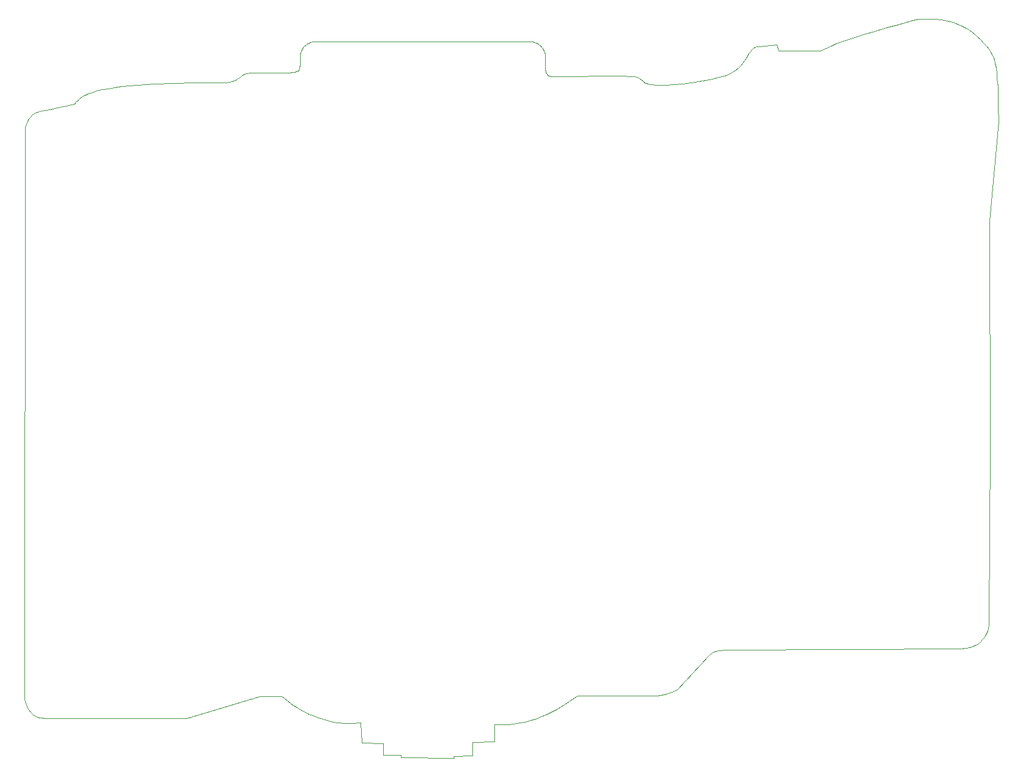
<source format=gbr>
%TF.GenerationSoftware,KiCad,Pcbnew,(6.0.11)*%
%TF.CreationDate,2023-04-07T14:31:03-05:00*%
%TF.ProjectId,GamePip-Back,47616d65-5069-4702-9d42-61636b2e6b69,rev?*%
%TF.SameCoordinates,Original*%
%TF.FileFunction,Profile,NP*%
%FSLAX46Y46*%
G04 Gerber Fmt 4.6, Leading zero omitted, Abs format (unit mm)*
G04 Created by KiCad (PCBNEW (6.0.11)) date 2023-04-07 14:31:03*
%MOMM*%
%LPD*%
G01*
G04 APERTURE LIST*
%TA.AperFunction,Profile*%
%ADD10C,0.100000*%
%TD*%
G04 APERTURE END LIST*
D10*
X201054000Y-52292900D02*
X200646000Y-52306900D01*
X200646000Y-52306900D02*
X200272000Y-52338400D01*
X200272000Y-52338400D02*
X199924000Y-52389000D01*
X199924000Y-52389000D02*
X199593000Y-52459300D01*
X199593000Y-52459300D02*
X199271000Y-52550200D01*
X199271000Y-52550200D02*
X197517000Y-53058200D01*
X197517000Y-53058200D02*
X195846000Y-53529500D01*
X195846000Y-53529500D02*
X194243000Y-53985300D01*
X194243000Y-53985300D02*
X192693000Y-54443700D01*
X192693000Y-54443700D02*
X191179000Y-54924800D01*
X191179000Y-54924800D02*
X189687000Y-55448800D01*
X189687000Y-55448800D02*
X188945000Y-55733000D01*
X188945000Y-55733000D02*
X188202000Y-56034800D01*
X188202000Y-56034800D02*
X187457000Y-56357800D01*
X187457000Y-56357800D02*
X186708000Y-56703500D01*
X186708000Y-56703500D02*
X180978000Y-56772700D01*
X180978000Y-56772700D02*
X180743000Y-55906600D01*
X180743000Y-55906600D02*
X178141000Y-56172800D01*
X178141000Y-56172800D02*
X177999000Y-56166600D01*
X177999000Y-56166600D02*
X177866000Y-56178500D01*
X177866000Y-56178500D02*
X177742000Y-56207400D01*
X177742000Y-56207400D02*
X177625000Y-56253400D01*
X177625000Y-56253400D02*
X177514000Y-56314400D01*
X177514000Y-56314400D02*
X177409000Y-56390300D01*
X177409000Y-56390300D02*
X177211000Y-56581000D01*
X177211000Y-56581000D02*
X177024000Y-56817200D01*
X177024000Y-56817200D02*
X176840000Y-57092100D01*
X176840000Y-57092100D02*
X176448000Y-57723100D01*
X176448000Y-57723100D02*
X176226000Y-58064100D01*
X176226000Y-58064100D02*
X175976000Y-58411400D01*
X175976000Y-58411400D02*
X175690000Y-58757100D01*
X175690000Y-58757100D02*
X175361000Y-59093000D01*
X175361000Y-59093000D02*
X174981000Y-59411900D01*
X174981000Y-59411900D02*
X174770000Y-59562200D01*
X174770000Y-59562200D02*
X174543000Y-59704900D01*
X174543000Y-59704900D02*
X174300000Y-59839700D01*
X174300000Y-59839700D02*
X174039000Y-59964800D01*
X174039000Y-59964800D02*
X173759000Y-60079500D01*
X173759000Y-60079500D02*
X173461000Y-60183400D01*
X173461000Y-60183400D02*
X172672000Y-60411300D01*
X172672000Y-60411300D02*
X171806000Y-60621100D01*
X171806000Y-60621100D02*
X170867000Y-60812800D01*
X170867000Y-60812800D02*
X169857000Y-60988000D01*
X169857000Y-60988000D02*
X168779000Y-61146600D01*
X168779000Y-61146600D02*
X167636000Y-61289800D01*
X167636000Y-61289800D02*
X166430000Y-61417400D01*
X166430000Y-61417400D02*
X165284000Y-61444600D01*
X165284000Y-61444600D02*
X163943000Y-61458700D01*
X163943000Y-61458700D02*
X163361000Y-61411400D01*
X163361000Y-61411400D02*
X163106000Y-61372200D01*
X163106000Y-61372200D02*
X162878000Y-61321800D01*
X162878000Y-61321800D02*
X162678000Y-61259500D01*
X162678000Y-61259500D02*
X162507000Y-61184600D01*
X162507000Y-61184600D02*
X162367000Y-61096500D01*
X162367000Y-61096500D02*
X162260000Y-60994500D01*
X162260000Y-60994500D02*
X161949000Y-60731800D01*
X161949000Y-60731800D02*
X161777000Y-60598900D01*
X161777000Y-60598900D02*
X161579000Y-60476000D01*
X161579000Y-60476000D02*
X161344000Y-60371500D01*
X161344000Y-60371500D02*
X161062000Y-60293500D01*
X161062000Y-60293500D02*
X160722000Y-60250400D01*
X160722000Y-60250400D02*
X160312000Y-60250500D01*
X160312000Y-60250500D02*
X159589000Y-60225700D01*
X159589000Y-60225700D02*
X158878000Y-60220900D01*
X158878000Y-60220900D02*
X158155000Y-60216500D01*
X158155000Y-60216500D02*
X157394000Y-60192500D01*
X157394000Y-60192500D02*
X156527000Y-60169600D01*
X156527000Y-60169600D02*
X155516000Y-60180000D01*
X155516000Y-60180000D02*
X153474000Y-60246000D01*
X153474000Y-60246000D02*
X149852000Y-60260800D01*
X149852000Y-60260800D02*
X149612000Y-60270400D01*
X149612000Y-60270400D02*
X149406000Y-60258400D01*
X149406000Y-60258400D02*
X149230000Y-60224200D01*
X149230000Y-60224200D02*
X149082000Y-60167600D01*
X149082000Y-60167600D02*
X148960000Y-60088000D01*
X148960000Y-60088000D02*
X148862000Y-59985200D01*
X148862000Y-59985200D02*
X148784000Y-59858500D01*
X148784000Y-59858500D02*
X148725000Y-59707800D01*
X148725000Y-59707800D02*
X148682000Y-59532500D01*
X148682000Y-59532500D02*
X148652000Y-59332300D01*
X148652000Y-59332300D02*
X148624000Y-58855300D01*
X148624000Y-58855300D02*
X148626000Y-57584100D01*
X148626000Y-57584100D02*
X148615000Y-57365100D01*
X148615000Y-57365100D02*
X148582000Y-57152600D01*
X148582000Y-57152600D02*
X148530000Y-56947600D01*
X148530000Y-56947600D02*
X148458000Y-56751200D01*
X148458000Y-56751200D02*
X148369000Y-56564400D01*
X148369000Y-56564400D02*
X148262000Y-56388300D01*
X148262000Y-56388300D02*
X148139000Y-56224000D01*
X148139000Y-56224000D02*
X148001000Y-56072500D01*
X148001000Y-56072500D02*
X147850000Y-55934800D01*
X147850000Y-55934800D02*
X147686000Y-55812100D01*
X147686000Y-55812100D02*
X147509000Y-55705300D01*
X147509000Y-55705300D02*
X147323000Y-55615600D01*
X147323000Y-55615600D02*
X147126000Y-55544000D01*
X147126000Y-55544000D02*
X146921000Y-55491500D01*
X146921000Y-55491500D02*
X146709000Y-55459300D01*
X146709000Y-55459300D02*
X146490000Y-55448300D01*
X146490000Y-55448300D02*
X116761400Y-55448300D01*
X116761400Y-55448300D02*
X116542400Y-55459300D01*
X116542400Y-55459300D02*
X116329900Y-55491500D01*
X116329900Y-55491500D02*
X116124900Y-55544000D01*
X116124900Y-55544000D02*
X115928500Y-55615600D01*
X115928500Y-55615600D02*
X115741700Y-55705300D01*
X115741700Y-55705300D02*
X115565600Y-55812100D01*
X115565600Y-55812100D02*
X115401300Y-55934800D01*
X115401300Y-55934800D02*
X115249800Y-56072500D01*
X115249800Y-56072500D02*
X115112100Y-56224000D01*
X115112100Y-56224000D02*
X114989400Y-56388300D01*
X114989400Y-56388300D02*
X114882600Y-56564400D01*
X114882600Y-56564400D02*
X114792900Y-56751200D01*
X114792900Y-56751200D02*
X114721300Y-56947600D01*
X114721300Y-56947600D02*
X114668800Y-57152600D01*
X114668800Y-57152600D02*
X114636600Y-57365100D01*
X114636600Y-57365100D02*
X114625600Y-57584100D01*
X114625600Y-57584100D02*
X114641700Y-58195900D01*
X114641700Y-58195900D02*
X114645900Y-58674000D01*
X114645900Y-58674000D02*
X114615200Y-59036800D01*
X114615200Y-59036800D02*
X114579600Y-59180800D01*
X114579600Y-59180800D02*
X114526600Y-59303000D01*
X114526600Y-59303000D02*
X114453400Y-59405600D01*
X114453400Y-59405600D02*
X114357000Y-59491100D01*
X114357000Y-59491100D02*
X114234600Y-59561700D01*
X114234600Y-59561700D02*
X114083300Y-59619700D01*
X114083300Y-59619700D02*
X113900300Y-59667500D01*
X113900300Y-59667500D02*
X113682600Y-59707400D01*
X113682600Y-59707400D02*
X113131700Y-59772800D01*
X113131700Y-59772800D02*
X109840200Y-59757100D01*
X109840200Y-59757100D02*
X109404100Y-59794000D01*
X109404100Y-59794000D02*
X108951900Y-59796800D01*
X108951900Y-59796800D02*
X108038200Y-59782400D01*
X108038200Y-59782400D02*
X107595900Y-59806100D01*
X107595900Y-59806100D02*
X107382600Y-59834700D01*
X107382600Y-59834700D02*
X107176100Y-59877900D01*
X107176100Y-59877900D02*
X106977700Y-59938200D01*
X106977700Y-59938200D02*
X106788500Y-60018200D01*
X106788500Y-60018200D02*
X106609900Y-60120400D01*
X106609900Y-60120400D02*
X106442800Y-60247500D01*
X106442800Y-60247500D02*
X106254800Y-60422900D01*
X106254800Y-60422900D02*
X106062700Y-60573300D01*
X106062700Y-60573300D02*
X105866600Y-60700500D01*
X105866600Y-60700500D02*
X105666600Y-60806500D01*
X105666600Y-60806500D02*
X105462700Y-60893100D01*
X105462700Y-60893100D02*
X105255200Y-60962300D01*
X105255200Y-60962300D02*
X104829200Y-61056100D01*
X104829200Y-61056100D02*
X104389200Y-61103200D01*
X104389200Y-61103200D02*
X103936100Y-61118900D01*
X103936100Y-61118900D02*
X102992700Y-61117200D01*
X102992700Y-61117200D02*
X99954100Y-61142500D01*
X99954100Y-61142500D02*
X97106200Y-61206600D01*
X97106200Y-61206600D02*
X94471300Y-61313100D01*
X94471300Y-61313100D02*
X93240300Y-61384400D01*
X93240300Y-61384400D02*
X92070900Y-61467600D01*
X92070900Y-61467600D02*
X90966100Y-61564700D01*
X90966100Y-61564700D02*
X89927900Y-61675300D01*
X89927900Y-61675300D02*
X88959500Y-61799800D01*
X88959500Y-61799800D02*
X88063900Y-61940400D01*
X88063900Y-61940400D02*
X87243300Y-62095900D01*
X87243300Y-62095900D02*
X86500700Y-62268000D01*
X86500700Y-62268000D02*
X85838700Y-62456600D01*
X85838700Y-62456600D02*
X85261000Y-62663400D01*
X85261000Y-62663400D02*
X84769000Y-62887600D01*
X84769000Y-62887600D02*
X84556100Y-63007000D01*
X84556100Y-63007000D02*
X84365900Y-63131000D01*
X84365900Y-63131000D02*
X84199000Y-63260200D01*
X84199000Y-63260200D02*
X84054800Y-63394100D01*
X84054800Y-63394100D02*
X83935000Y-63532600D01*
X83935000Y-63532600D02*
X83838800Y-63676700D01*
X83838800Y-63676700D02*
X83733900Y-63698900D01*
X83733900Y-63698900D02*
X83648200Y-63736700D01*
X83648200Y-63736700D02*
X83580500Y-63789400D01*
X83580500Y-63789400D02*
X83527700Y-63854500D01*
X83527700Y-63854500D02*
X83488500Y-63930500D01*
X83488500Y-63930500D02*
X83442000Y-64108700D01*
X83442000Y-64108700D02*
X80641100Y-64669900D01*
X80641100Y-64669900D02*
X80355800Y-64751600D01*
X80355800Y-64751600D02*
X80064900Y-64817700D01*
X80064900Y-64817700D02*
X79473700Y-64925200D01*
X79473700Y-64925200D02*
X78884600Y-65038400D01*
X78884600Y-65038400D02*
X78596300Y-65111300D01*
X78596300Y-65111300D02*
X78314600Y-65203200D01*
X78314600Y-65203200D02*
X78041800Y-65319500D01*
X78041800Y-65319500D02*
X77780300Y-65465800D01*
X77780300Y-65465800D02*
X77532200Y-65648200D01*
X77532200Y-65648200D02*
X77299700Y-65872500D01*
X77299700Y-65872500D02*
X77084200Y-66144300D01*
X77084200Y-66144300D02*
X76888900Y-66469300D01*
X76888900Y-66469300D02*
X76715200Y-66853300D01*
X76715200Y-66853300D02*
X76565400Y-67302300D01*
X76565400Y-67302300D02*
X76518300Y-146597500D01*
X76518300Y-146597500D02*
X76662500Y-147040500D01*
X76662500Y-147040500D02*
X76816000Y-147477500D01*
X76816000Y-147477500D02*
X77003100Y-147895500D01*
X77003100Y-147895500D02*
X77116200Y-148091500D01*
X77116200Y-148091500D02*
X77247000Y-148278500D01*
X77247000Y-148278500D02*
X77397900Y-148452500D01*
X77397900Y-148452500D02*
X77572500Y-148612500D01*
X77572500Y-148612500D02*
X77773000Y-148756500D01*
X77773000Y-148756500D02*
X78003000Y-148883500D01*
X78003000Y-148883500D02*
X78265000Y-148990500D01*
X78265000Y-148990500D02*
X78562700Y-149076500D01*
X78562700Y-149076500D02*
X78898600Y-149139500D01*
X78898600Y-149139500D02*
X79275300Y-149177500D01*
X79275300Y-149177500D02*
X98874100Y-149176500D01*
X98874100Y-149176500D02*
X109074500Y-146138500D01*
X109074500Y-146138500D02*
X112156500Y-146104500D01*
X112156500Y-146104500D02*
X112480000Y-146430500D01*
X112480000Y-146430500D02*
X112854100Y-146752500D01*
X112854100Y-146752500D02*
X113274200Y-147069500D01*
X113274200Y-147069500D02*
X113734700Y-147383500D01*
X113734700Y-147383500D02*
X114230800Y-147693500D01*
X114230800Y-147693500D02*
X114757400Y-148001500D01*
X114757400Y-148001500D02*
X115880300Y-148611500D01*
X115880300Y-148611500D02*
X116569100Y-148881500D01*
X116569100Y-148881500D02*
X117207300Y-149110500D01*
X117207300Y-149110500D02*
X117799000Y-149302500D01*
X117799000Y-149302500D02*
X118349000Y-149459500D01*
X118349000Y-149459500D02*
X118859000Y-149585500D01*
X118859000Y-149585500D02*
X119336000Y-149683500D01*
X119336000Y-149683500D02*
X119781000Y-149756500D01*
X119781000Y-149756500D02*
X120200000Y-149808500D01*
X120200000Y-149808500D02*
X120597000Y-149840500D01*
X120597000Y-149840500D02*
X120974000Y-149858500D01*
X120974000Y-149858500D02*
X121688000Y-149859500D01*
X121688000Y-149859500D02*
X123063000Y-149821500D01*
X123063000Y-149821500D02*
X123188000Y-152613500D01*
X123188000Y-152613500D02*
X126166000Y-152660500D01*
X126166000Y-152660500D02*
X126217000Y-154246500D01*
X126217000Y-154246500D02*
X128659000Y-154282500D01*
X128659000Y-154282500D02*
X128671000Y-154645500D01*
X128671000Y-154645500D02*
X135982000Y-154702500D01*
X135982000Y-154702500D02*
X135947000Y-154412500D01*
X135947000Y-154412500D02*
X138507000Y-154355500D01*
X138507000Y-154355500D02*
X138517000Y-152527500D01*
X138517000Y-152527500D02*
X141558000Y-152445500D01*
X141558000Y-152445500D02*
X141571000Y-150008500D01*
X141571000Y-150008500D02*
X142483000Y-150031500D01*
X142483000Y-150031500D02*
X143360000Y-150007500D01*
X143360000Y-150007500D02*
X144205000Y-149934500D01*
X144205000Y-149934500D02*
X145020000Y-149817500D01*
X145020000Y-149817500D02*
X145806000Y-149660500D01*
X145806000Y-149660500D02*
X146566000Y-149466500D01*
X146566000Y-149466500D02*
X147302000Y-149234500D01*
X147302000Y-149234500D02*
X148015000Y-148969500D01*
X148015000Y-148969500D02*
X148707000Y-148676500D01*
X148707000Y-148676500D02*
X149381000Y-148356500D01*
X149381000Y-148356500D02*
X150038000Y-148010500D01*
X150038000Y-148010500D02*
X150681000Y-147643500D01*
X150681000Y-147643500D02*
X151310000Y-147258500D01*
X151310000Y-147258500D02*
X151929000Y-146857500D01*
X151929000Y-146857500D02*
X153141000Y-146020500D01*
X153141000Y-146020500D02*
X164003000Y-146091500D01*
X164003000Y-146091500D02*
X164692000Y-145960500D01*
X164692000Y-145960500D02*
X165408000Y-145773500D01*
X165408000Y-145773500D02*
X166149000Y-145534500D01*
X166149000Y-145534500D02*
X166912000Y-145246500D01*
X166912000Y-145246500D02*
X171207000Y-140516500D01*
X171207000Y-140516500D02*
X171439000Y-140307500D01*
X171439000Y-140307500D02*
X171698000Y-140137500D01*
X171698000Y-140137500D02*
X171981000Y-140001500D01*
X171981000Y-140001500D02*
X172285000Y-139895500D01*
X172285000Y-139895500D02*
X172609000Y-139814500D01*
X172609000Y-139814500D02*
X172948000Y-139758500D01*
X172948000Y-139758500D02*
X173301000Y-139718500D01*
X173301000Y-139718500D02*
X173663000Y-139694500D01*
X173663000Y-139694500D02*
X206337000Y-139505500D01*
X206337000Y-139505500D02*
X206676000Y-139483500D01*
X206676000Y-139483500D02*
X207005000Y-139442500D01*
X207005000Y-139442500D02*
X207322000Y-139381500D01*
X207322000Y-139381500D02*
X207628000Y-139299500D01*
X207628000Y-139299500D02*
X207920000Y-139195500D01*
X207920000Y-139195500D02*
X208200000Y-139067500D01*
X208200000Y-139067500D02*
X208465000Y-138914500D01*
X208465000Y-138914500D02*
X208716000Y-138735500D01*
X208716000Y-138735500D02*
X208952000Y-138529500D01*
X208952000Y-138529500D02*
X209171000Y-138295500D01*
X209171000Y-138295500D02*
X209373000Y-138031500D01*
X209373000Y-138031500D02*
X209558000Y-137735500D01*
X209558000Y-137735500D02*
X209725000Y-137406500D01*
X209725000Y-137406500D02*
X209873000Y-137045500D01*
X209873000Y-137045500D02*
X210001000Y-136648500D01*
X210001000Y-136648500D02*
X210108000Y-136215500D01*
X210108000Y-136215500D02*
X210231000Y-111320100D01*
X210231000Y-111320100D02*
X210141000Y-80320400D01*
X210141000Y-80320400D02*
X211433000Y-66438100D01*
X211433000Y-66438100D02*
X211399000Y-65786400D01*
X211399000Y-65786400D02*
X211384000Y-65080000D01*
X211384000Y-65080000D02*
X211380000Y-63604700D01*
X211380000Y-63604700D02*
X211364000Y-62213000D01*
X211364000Y-62213000D02*
X211334000Y-61611500D01*
X211334000Y-61611500D02*
X211280000Y-61106100D01*
X211280000Y-61106100D02*
X211203000Y-60426600D01*
X211203000Y-60426600D02*
X211155000Y-59757300D01*
X211155000Y-59757300D02*
X211089000Y-59083000D01*
X211089000Y-59083000D02*
X211035000Y-58739300D01*
X211035000Y-58739300D02*
X210960000Y-58389000D01*
X210960000Y-58389000D02*
X210857000Y-58030300D01*
X210857000Y-58030300D02*
X210722000Y-57660800D01*
X210722000Y-57660800D02*
X210547000Y-57278900D01*
X210547000Y-57278900D02*
X210328000Y-56883100D01*
X210328000Y-56883100D02*
X210058000Y-56471200D01*
X210058000Y-56471200D02*
X209733000Y-56041300D01*
X209733000Y-56041300D02*
X209345000Y-55591200D01*
X209345000Y-55591200D02*
X208890000Y-55119900D01*
X208890000Y-55119900D02*
X208500000Y-54764900D01*
X208500000Y-54764900D02*
X208115000Y-54439800D01*
X208115000Y-54439800D02*
X207736000Y-54144800D01*
X207736000Y-54144800D02*
X207361000Y-53877600D01*
X207361000Y-53877600D02*
X206987000Y-53636800D01*
X206987000Y-53636800D02*
X206614000Y-53421300D01*
X206614000Y-53421300D02*
X206239000Y-53230100D01*
X206239000Y-53230100D02*
X205862000Y-53061100D01*
X205862000Y-53061100D02*
X205481000Y-52912800D01*
X205481000Y-52912800D02*
X205094000Y-52784600D01*
X205094000Y-52784600D02*
X204699000Y-52675100D01*
X204699000Y-52675100D02*
X204296000Y-52582100D01*
X204296000Y-52582100D02*
X203882000Y-52504600D01*
X203882000Y-52504600D02*
X203457000Y-52441500D01*
X203457000Y-52441500D02*
X202564000Y-52352100D01*
X202564000Y-52352100D02*
X201504000Y-52296800D01*
X201504000Y-52296800D02*
X201054000Y-52292900D01*
X201054000Y-52292900D02*
X201054000Y-52292900D01*
M02*

</source>
